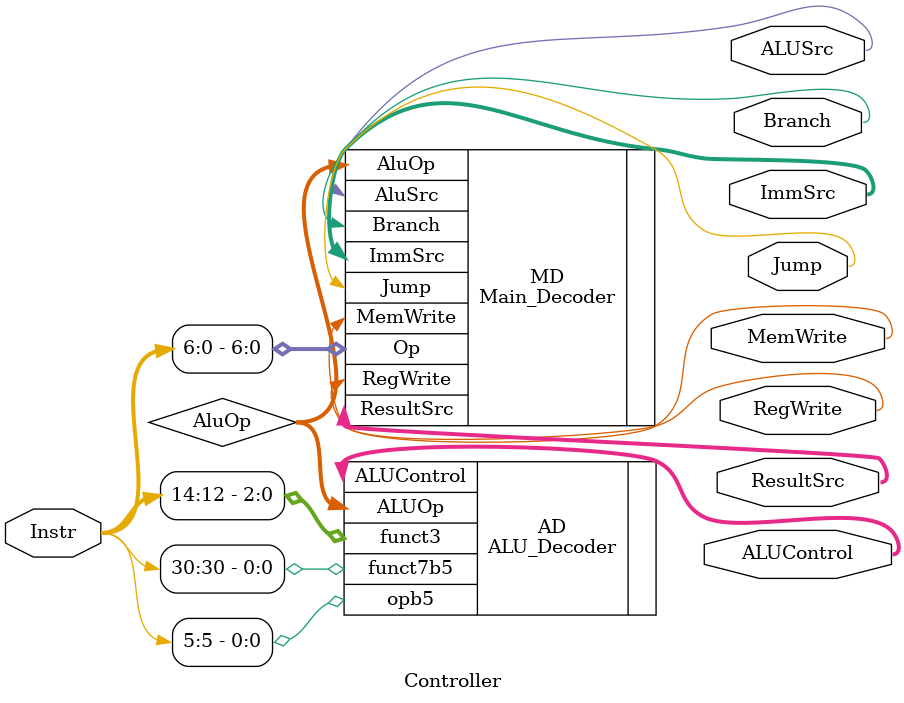
<source format=v>
`timescale 1ns / 1ps

module Controller (Instr, MemWrite, RegWrite, ImmSrc, ALUSrc, ALUControl, ResultSrc, Jump, Branch);

    // input-output ports
    input  wire [31:0] Instr;
    output wire  MemWrite;
    output wire  RegWrite;
    output wire [1:0] ImmSrc;
    output wire  ALUSrc;
    output wire [2:0] ALUControl;
    output wire [1:0] ResultSrc;
    output wire Jump, Branch;
    
    //internal signals
    wire [1:0] AluOp;

    //main decoder instantiation
    Main_Decoder MD(
            .Op(Instr[6:0]), 
            .Jump(Jump), 
            .Branch(Branch), 
            .MemWrite(MemWrite), 
            .RegWrite(RegWrite), 
            .AluSrc(ALUSrc), 
            .ImmSrc(ImmSrc), 
            .ResultSrc(ResultSrc), 
            .AluOp(AluOp)
        );
    
    //ALU Decoder instantiation
    ALU_Decoder AD (
        .opb5(Instr[5]),
        .funct3(Instr[14:12]), 
        .funct7b5(Instr[30]),
        .ALUOp(AluOp), 
        .ALUControl(ALUControl)
    );
        
endmodule

</source>
